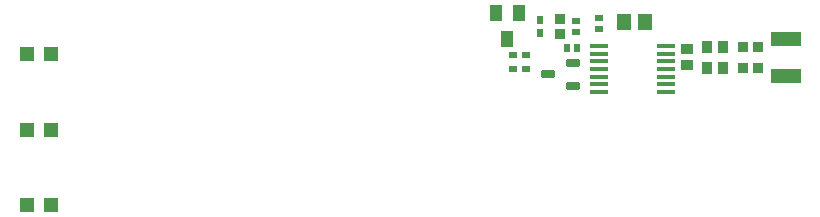
<source format=gbr>
%TF.GenerationSoftware,Altium Limited,Altium Designer,19.0.15 (446)*%
G04 Layer_Color=128*
%FSLAX45Y45*%
%MOMM*%
%TF.FileFunction,Paste,Bot*%
%TF.Part,Single*%
G01*
G75*
%TA.AperFunction,SMDPad,CuDef*%
%ADD12R,0.60000X0.75000*%
%ADD13R,0.64000X0.60000*%
%ADD14R,0.60000X0.64000*%
%ADD15R,0.75000X0.60000*%
%ADD17R,0.85000X0.95000*%
%ADD21R,0.90000X1.00000*%
%ADD34R,0.95000X0.85000*%
%ADD39R,1.20000X1.20000*%
%ADD64R,1.00000X0.90000*%
G04:AMPARAMS|DCode=101|XSize=1.57mm|YSize=0.41mm|CornerRadius=0.05125mm|HoleSize=0mm|Usage=FLASHONLY|Rotation=0.000|XOffset=0mm|YOffset=0mm|HoleType=Round|Shape=RoundedRectangle|*
%AMROUNDEDRECTD101*
21,1,1.57000,0.30750,0,0,0.0*
21,1,1.46750,0.41000,0,0,0.0*
1,1,0.10250,0.73375,-0.15375*
1,1,0.10250,-0.73375,-0.15375*
1,1,0.10250,-0.73375,0.15375*
1,1,0.10250,0.73375,0.15375*
%
%ADD101ROUNDEDRECTD101*%
G04:AMPARAMS|DCode=102|XSize=1.23mm|YSize=0.6mm|CornerRadius=0.075mm|HoleSize=0mm|Usage=FLASHONLY|Rotation=180.000|XOffset=0mm|YOffset=0mm|HoleType=Round|Shape=RoundedRectangle|*
%AMROUNDEDRECTD102*
21,1,1.23000,0.45000,0,0,180.0*
21,1,1.08000,0.60000,0,0,180.0*
1,1,0.15000,-0.54000,0.22500*
1,1,0.15000,0.54000,0.22500*
1,1,0.15000,0.54000,-0.22500*
1,1,0.15000,-0.54000,-0.22500*
%
%ADD102ROUNDEDRECTD102*%
%ADD103R,1.00000X1.40000*%
%ADD104R,1.15000X1.35000*%
%ADD105R,2.50000X1.15000*%
D12*
X6596351Y2938795D02*
D03*
Y2823795D02*
D03*
D13*
X7089580Y2951287D02*
D03*
Y2863287D02*
D03*
X6896076Y2925287D02*
D03*
Y2837287D02*
D03*
D14*
X6819055Y2701834D02*
D03*
X6907055D02*
D03*
D15*
X6478587Y2525138D02*
D03*
X6363587D02*
D03*
Y2643720D02*
D03*
X6478587D02*
D03*
D17*
X8439354Y2710743D02*
D03*
X8309354D02*
D03*
X8439354Y2534723D02*
D03*
X8309354D02*
D03*
D21*
X8144675Y2710743D02*
D03*
X8009675D02*
D03*
Y2534723D02*
D03*
X8144675D02*
D03*
D34*
X6758916Y2816295D02*
D03*
Y2946295D02*
D03*
D39*
X2457175Y2646275D02*
D03*
X2247175D02*
D03*
Y2008775D02*
D03*
X2457175D02*
D03*
Y1373775D02*
D03*
X2247175D02*
D03*
D64*
X7835875Y2689343D02*
D03*
Y2554343D02*
D03*
D101*
X7089580Y2328906D02*
D03*
Y2393906D02*
D03*
Y2458906D02*
D03*
Y2523906D02*
D03*
Y2588906D02*
D03*
Y2653906D02*
D03*
Y2718906D02*
D03*
X7663580D02*
D03*
Y2653906D02*
D03*
Y2588906D02*
D03*
Y2523906D02*
D03*
Y2458906D02*
D03*
Y2393906D02*
D03*
Y2328906D02*
D03*
D102*
X6659516Y2476475D02*
D03*
X6871516Y2381475D02*
D03*
Y2571475D02*
D03*
D103*
X6317975Y2777175D02*
D03*
X6412975Y2997175D02*
D03*
X6222975D02*
D03*
D104*
X7482775Y2918435D02*
D03*
X7307775D02*
D03*
D105*
X8676159Y2465926D02*
D03*
Y2780926D02*
D03*
%TF.MD5,1f6c57e839c55539213eaa5b304458f6*%
M02*

</source>
